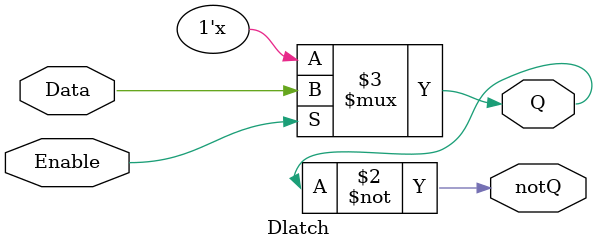
<source format=v>
`timescale 1ns / 1ps


module Dlatch(
    input Data,
    input Enable,
    output reg Q,
    output notQ
    );

    always @ (Data, Enable) begin //on data or enable change this begin
        if(Enable)
            Q <= Data;
     end
        assign notQ = ~Q; //this doesnt cause problems as until Q is called for the first time it is a invalid state
          
endmodule

</source>
